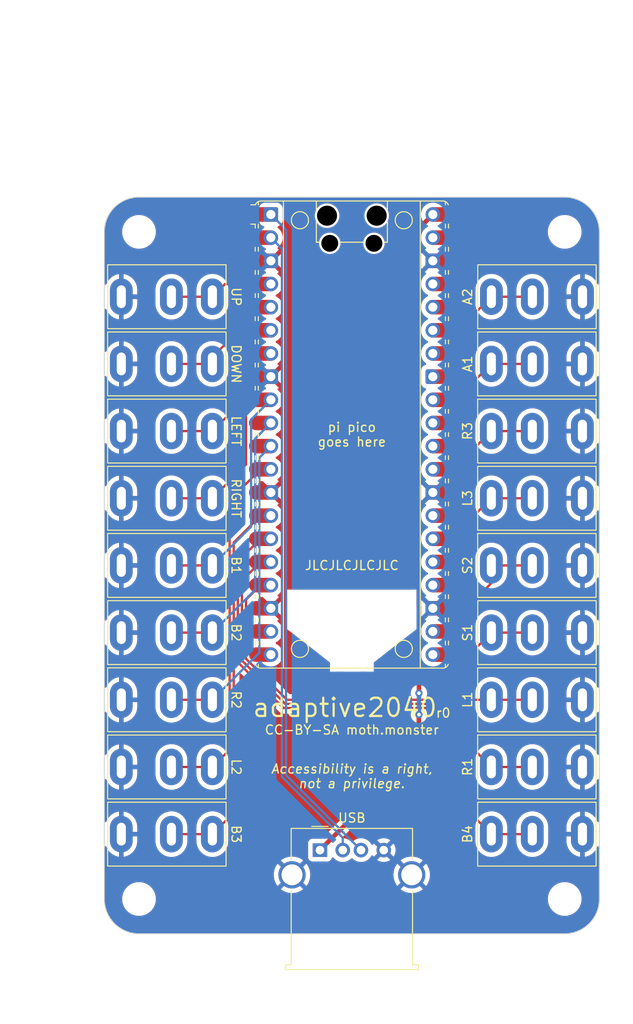
<source format=kicad_pcb>
(kicad_pcb (version 20221018) (generator pcbnew)
  (layers (0 "F.Cu" signal) (31 "B.Cu" signal) (34 "B.Paste" user) (35 "F.Paste" user) (36 "B.SilkS" user "B.Silkscreen") (37 "F.SilkS" user "F.Silkscreen") (38 "B.Mask" user) (39 "F.Mask" user) (44 "Edge.Cuts" user))
  (net 0 "")
  (net 1 "VBUS")
  (net 2 "DM")
  (net 3 "DP")
  (net 4 "GND")
  (net 5 "UP")
  (net 6 "DOWN")
  (net 7 "LEFT")
  (net 8 "RIGHT")
  (net 9 "B1")
  (net 10 "B2")
  (net 11 "R2")
  (net 12 "L2")
  (net 13 "B3")
  (net 14 "B4")
  (net 15 "R1")
  (net 16 "L1")
  (net 17 "S1")
  (net 18 "S2")
  (net 19 "L3")
  (net 20 "R3")
  (net 21 "A1")
  (net 22 "A2")
  (footprint "PJ-316:PJ-316" (layer "F.Cu") (at 136.152 135.509)
    (fp_text reference "J10" hide)
    (fp_text value "AudioJack2" hide)
  )
  (footprint "Connector_USB:USB_A_Molex_67643_Horizontal" (layer "F.Cu") (at 152.964 137.261)
    (fp_text reference "J1" hide)
    (fp_text value "USB_A" hide)
  )
  (footprint "PJ-316:PJ-316" (layer "F.Cu") (at 136.152 76.581)
    (fp_text reference "J2" hide)
    (fp_text value "AudioJack2" hide)
  )
  (footprint "MountingHole:MountingHole_3.2mm_M3" (layer "F.Cu") (at 133.096 69.469)
    (fp_text reference "REF11" hide)
    (fp_text value "MountingHole_3.2mm_M3" hide)
  )
  (footprint "PJ-316:PJ-316" (layer "F.Cu") (at 176.784 113.411 180)
    (fp_text reference "J14" hide)
    (fp_text value "AudioJack2" hide)
  )
  (footprint "PJ-316:PJ-316" (layer "F.Cu") (at 176.776 106.045 180)
    (fp_text reference "J15" hide)
    (fp_text value "AudioJack2" hide)
  )
  (footprint "PJ-316:PJ-316" (layer "F.Cu") (at 176.784 76.581 180)
    (fp_text reference "J19" hide)
    (fp_text value "AudioJack2" hide)
  )
  (footprint "MountingHole:MountingHole_3.2mm_M3" (layer "F.Cu") (at 133.096 142.621)
    (fp_text reference "REF13" hide)
    (fp_text value "MountingHole_3.2mm_M3" hide)
  )
  (footprint "PJ-316:PJ-316" (layer "F.Cu") (at 136.152 83.947)
    (fp_text reference "J3" hide)
    (fp_text value "AudioJack2" hide)
  )
  (footprint "PJ-316:PJ-316" (layer "F.Cu") (at 176.776 128.143 180)
    (fp_text reference "J12" hide)
    (fp_text value "AudioJack2" hide)
  )
  (footprint "PJ-316:PJ-316" (layer "F.Cu") (at 136.152 98.679)
    (fp_text reference "J5" hide)
    (fp_text value "AudioJack2" hide)
  )
  (footprint "PJ-316:PJ-316" (layer "F.Cu") (at 176.776 91.313 180)
    (fp_text reference "J17" hide)
    (fp_text value "AudioJack2" hide)
  )
  (footprint "PJ-316:PJ-316" (layer "F.Cu") (at 136.152 91.313)
    (fp_text reference "J4" hide)
    (fp_text value "AudioJack2" hide)
  )
  (footprint "MountingHole:MountingHole_3.2mm_M3" (layer "F.Cu") (at 179.832 142.621)
    (fp_text reference "REF14145235" hide)
    (fp_text value "MountingHole_3.2mm_M3" hide)
  )
  (footprint "PJ-316:PJ-316" (layer "F.Cu") (at 136.152 128.143)
    (fp_text reference "J9" hide)
    (fp_text value "AudioJack2" hide)
  )
  (footprint "PJ-316:PJ-316" (layer "F.Cu") (at 136.152 113.411)
    (fp_text reference "J7" hide)
    (fp_text value "AudioJack2" hide)
  )
  (footprint "PJ-316:PJ-316" (layer "F.Cu") (at 176.776 98.679 180)
    (fp_text reference "J16" hide)
    (fp_text value "AudioJack2" hide)
  )
  (footprint "MountingHole:MountingHole_3.2mm_M3" (layer "F.Cu") (at 179.832 69.469)
    (fp_text reference "REF12" hide)
    (fp_text value "MountingHole_3.2mm_M3" hide)
  )
  (footprint "PJ-316:PJ-316" (layer "F.Cu") (at 136.152 106.045)
    (fp_text reference "J6" hide)
    (fp_text value "AudioJack2" hide)
  )
  (footprint "Module_RaspberryPi_Pico:RaspberryPi_Pico_Common" (layer "F.Cu") (at 156.464 91.694)
    (fp_text reference "U1" hide)
    (fp_text value "RaspberryPi_Pico" hide)
  )
  (footprint "PJ-316:PJ-316" (layer "F.Cu") (at 136.152 120.777)
    (fp_text reference "J8" hide)
    (fp_text value "AudioJack2" hide)
  )
  (footprint "PJ-316:PJ-316" (layer "F.Cu") (at 176.776 135.509 180)
    (fp_text reference "J11" hide)
    (fp_text value "AudioJack2" hide)
  )
  (footprint "PJ-316:PJ-316" (layer "F.Cu") (at 176.776 120.777 180)
    (fp_text reference "J13" hide)
    (fp_text value "AudioJack2" hide)
  )
  (footprint "PJ-316:PJ-316" (layer "F.Cu") (at 176.776 83.947 180)
    (fp_text reference "J18" hide)
    (fp_text value "AudioJack2" hide)
  )
  (gr_arc (start 183.642 142.621) (mid 182.526077 145.315077) (end 179.832 146.431) (stroke (width 0.1)) (layer "Edge.Cuts"))
  (gr_line (start 179.832 146.431) (end 133.096 146.431) (stroke (width 0.1)) (layer "Edge.Cuts"))
  (gr_line (start 183.642 69.469) (end 183.642 142.621) (stroke (width 0.1)) (layer "Edge.Cuts"))
  (gr_arc (start 179.832 65.659) (mid 182.526077 66.774923) (end 183.642 69.469) (stroke (width 0.1)) (layer "Edge.Cuts"))
  (gr_arc (start 129.286 69.469) (mid 130.401923 66.774923) (end 133.096 65.659) (stroke (width 0.1)) (layer "Edge.Cuts"))
  (gr_arc (start 133.096 146.431) (mid 130.401923 145.315077) (end 129.286 142.621) (stroke (width 0.1)) (layer "Edge.Cuts"))
  (gr_line (start 129.286 142.621) (end 129.286 69.469) (stroke (width 0.1)) (layer "Edge.Cuts"))
  (gr_line (start 179.832 65.659) (end 133.096 65.659) (stroke (width 0.1)) (layer "Edge.Cuts"))
  (gr_text "Accessibility is a right,\nnot a privilege." (at 156.464 129.159) (layer "F.SilkS") (effects (font (size 1 1) (thickness 0.15) italic)))
  (gr_text "A1" (at 169.164 83.947 90) (layer "F.SilkS") (effects (font (size 1 1))))
  (gr_text "L3\n" (at 169.164 98.679 90) (layer "F.SilkS") (effects (font (size 1 1))))
  (gr_text "B3" (at 143.764 135.509 270) (layer "F.SilkS") (effects (font (size 1 1))))
  (gr_text "B1" (at 143.764 106.045 270) (layer "F.SilkS") (effects (font (size 1 1))))
  (gr_text "CC-BY-SA moth.monster\n" (at 156.464 124.079) (layer "F.SilkS") (effects (font (size 1 1))))
  (gr_text "R3" (at 169.164 91.313 90) (layer "F.SilkS") (effects (font (size 1 1))))
  (gr_text "L2" (at 143.764 128.143 270) (layer "F.SilkS") (effects (font (size 1 1))))
  (gr_text "JLCJLCJLCJLC" (at 156.464 106.045) (layer "F.SilkS") (effects (font (size 1 1))))
  (gr_text "S2" (at 169.164 106.045 90) (layer "F.SilkS") (effects (font (size 1 1))))
  (gr_text "L1" (at 169.164 120.777 90) (layer "F.SilkS") (effects (font (size 1 1))))
  (gr_text "USB\n" (at 156.464 133.731) (layer "F.SilkS") (effects (font (size 1 1))))
  (gr_text "B4" (at 169.164 135.509 90) (layer "F.SilkS") (effects (font (size 1 1))))
  (gr_text "R2" (at 143.764 120.777 270) (layer "F.SilkS") (effects (font (size 1 1))))
  (gr_text "adaptive2040" (at 155.702 122.809) (layer "F.SilkS") (effects (font (size 2 2) (thickness 0.25)) (justify bottom)))
  (gr_text "pi pico\ngoes here" (at 156.464 91.694) (layer "F.SilkS") (effects (font (size 1 1))))
  (gr_text "DOWN\n" (at 143.764 83.947 270) (layer "F.SilkS") (effects (font (size 1 1))))
  (gr_text "LEFT" (at 143.764 91.313 270) (layer "F.SilkS") (effects (font (size 1 1))))
  (gr_text "S1" (at 169.164 113.411 90) (layer "F.SilkS") (effects (font (size 1 1))))
  (gr_text "B2" (at 143.764 113.411 270) (layer "F.SilkS") (effects (font (size 1 1))))
  (gr_text "r0\n" (at 166.497 122.809) (layer "F.SilkS") (effects (font (size 1 1)) (justify bottom)))
  (gr_text "UP" (at 143.764 76.581 270) (layer "F.SilkS") (effects (font (size 1 1))))
  (gr_text "RIGHT" (at 143.764 98.679 270) (layer "F.SilkS") (effects (font (size 1 1))))
  (gr_text "A2" (at 169.164 76.581 90) (layer "F.SilkS") (effects (font (size 1 1))))
  (gr_text "R1" (at 169.164 128.143 90) (layer "F.SilkS") (effects (font (size 1 1))))
  (segment (start 163.814 110.601) (end 163.83 110.617) (width 0.5) (layer "F.Cu") (net 1))
  (segment (start 163.814 69.104) (end 163.814 110.601) (width 0.5) (layer "F.Cu") (net 1))
  (segment (start 152.964 137.261) (end 163.814 126.411) (width 0.5) (layer "F.Cu") (net 1))
  (segment (start 163.814 122.418) (end 163.814 126.411) (width 0.5) (layer "F.Cu") (net 1))
  (segment (start 163.814 69.104) (end 165.354 67.564) (width 0.5) (layer "F.Cu") (net 1))
  (segment (start 163.83 122.402) (end 163.814 122.418) (width 0.5) (layer "F.Cu") (net 1))
  (segment (start 163.83 110.617) (end 163.83 120.052) (width 0.5) (layer "F.Cu") (net 1))
  (via (at 163.83 120.052) (size 0.8) (drill 0.4) (layers "F.Cu" "B.Cu") (net 1))
  (via (at 163.83 122.402) (size 0.8) (drill 0.4) (layers "F.Cu" "B.Cu") (net 1))
  (segment (start 163.83 120.052) (end 163.83 122.402) (width 0.5) (layer "B.Cu") (net 1))
  (segment (start 155.464 135.897396) (end 148.789 129.222396) (width 0.25) (layer "B.Cu") (net 2))
  (segment (start 148.789 71.319) (end 147.574 70.104) (width 0.25) (layer "B.Cu") (net 2))
  (segment (start 148.789 129.222396) (end 148.789 71.319) (width 0.25) (layer "B.Cu") (net 2))
  (segment (start 155.464 137.261) (end 155.464 135.897396) (width 0.25) (layer "B.Cu") (net 2))
  (segment (start 149.239 129.036) (end 149.239 69.229) (width 0.25) (layer "B.Cu") (net 3))
  (segment (start 157.464 137.261) (end 149.239 129.036) (width 0.25) (layer "B.Cu") (net 3))
  (segment (start 149.239 69.229) (end 147.574 67.564) (width 0.25) (layer "B.Cu") (net 3))
  (segment (start 142.549 75.184) (end 141.152 76.581) (width 0.25) (layer "F.Cu") (net 5))
  (segment (start 147.574 75.184) (end 142.549 75.184) (width 0.25) (layer "F.Cu") (net 5))
  (segment (start 136.652 76.581) (end 141.152 76.581) (width 0.25) (layer "F.Cu") (net 5))
  (segment (start 146.625 77.724) (end 147.574 77.724) (width 0.25) (layer "F.Cu") (net 6))
  (segment (start 141.152 83.197) (end 146.625 77.724) (width 0.25) (layer "F.Cu") (net 6))
  (segment (start 136.652 83.947) (end 141.152 83.947) (width 0.25) (layer "F.Cu") (net 6))
  (segment (start 141.152 83.947) (end 141.152 83.197) (width 0.25) (layer "F.Cu") (net 6))
  (segment (start 144.393938 88.071062) (end 144.393938 82.312692) (width 0.25) (layer "F.Cu") (net 7))
  (segment (start 136.652 91.313) (end 141.152 91.313) (width 0.25) (layer "F.Cu") (net 7))
  (segment (start 141.152 91.313) (end 144.393938 88.071062) (width 0.25) (layer "F.Cu") (net 7))
  (segment (start 144.393938 82.312692) (end 146.44263 80.264) (width 0.25) (layer "F.Cu") (net 7))
  (segment (start 146.44263 80.264) (end 147.574 80.264) (width 0.25) (layer "F.Cu") (net 7))
  (segment (start 141.152 98.679) (end 144.843938 94.987062) (width 0.25) (layer "F.Cu") (net 8))
  (segment (start 146.44263 82.804) (end 147.574 82.804) (width 0.25) (layer "F.Cu") (net 8))
  (segment (start 144.843938 84.402692) (end 146.44263 82.804) (width 0.25) (layer "F.Cu") (net 8))
  (segment (start 136.652 98.679) (end 141.152 98.679) (width 0.25) (layer "F.Cu") (net 8))
  (segment (start 144.843938 94.987062) (end 144.843938 84.402692) (width 0.25) (layer "F.Cu") (net 8))
  (segment (start 136.652 106.045) (end 141.152 106.045) (width 0.25) (layer "F.Cu") (net 9))
  (segment (start 145.404 90.054) (end 147.574 87.884) (width 0.25) (layer "B.Cu") (net 9))
  (segment (start 141.152 106.045) (end 145.404 101.793) (width 0.25) (layer "B.Cu") (net 9))
  (segment (start 145.404 101.793) (end 145.404 90.054) (width 0.25) (layer "B.Cu") (net 9))
  (segment (start 136.652 113.411) (end 141.152 113.411) (width 0.25) (layer "F.Cu") (net 10))
  (segment (start 145.854 92.144) (end 147.574 90.424) (width 0.25) (layer "B.Cu") (net 10))
  (segment (start 145.854 108.709) (end 145.854 92.144) (width 0.25) (layer "B.Cu") (net 10))
  (segment (start 141.152 113.411) (end 145.854 108.709) (width 0.25) (layer "B.Cu") (net 10))
  (segment (start 136.652 120.777) (end 141.152 120.777) (width 0.25) (layer "F.Cu") (net 11))
  (segment (start 146.304 94.234) (end 147.574 92.964) (width 0.25) (layer "B.Cu") (net 11))
  (segment (start 141.152 120.777) (end 146.304 115.625) (width 0.25) (layer "B.Cu") (net 11))
  (segment (start 146.304 115.625) (end 146.304 94.234) (width 0.25) (layer "B.Cu") (net 11))
  (segment (start 143.043938 98.902692) (end 146.44263 95.504) (width 0.25) (layer "F.Cu") (net 12))
  (segment (start 141.152 128.143) (end 143.043938 126.251062) (width 0.25) (layer "F.Cu") (net 12))
  (segment (start 146.44263 95.504) (end 147.574 95.504) (width 0.25) (layer "F.Cu") (net 12))
  (segment (start 136.652 128.143) (end 141.152 128.143) (width 0.25) (layer "F.Cu") (net 12))
  (segment (start 143.043938 126.251062) (end 143.043938 98.902692) (width 0.25) (layer "F.Cu") (net 12))
  (segment (start 143.493938 133.167062) (end 143.493938 103.532692) (width 0.25) (layer "F.Cu") (net 13))
  (segment (start 146.44263 100.584) (end 147.574 100.584) (width 0.25) (layer "F.Cu") (net 13))
  (segment (start 143.493938 103.532692) (end 146.44263 100.584) (width 0.25) (layer "F.Cu") (net 13))
  (segment (start 141.152 135.509) (end 143.493938 133.167062) (width 0.25) (layer "F.Cu") (net 13))
  (segment (start 136.652 135.509) (end 141.152 135.509) (width 0.25) (layer "F.Cu") (net 13))
  (segment (start 164.673604 121.677) (end 148.963218 121.677) (width 0.25) (layer "F.Cu") (net 14))
  (segment (start 143.943938 105.622692) (end 146.44263 103.124) (width 0.25) (layer "F.Cu") (net 14))
  (segment (start 171.776 135.509) (end 169.926 133.659) (width 0.25) (layer "F.Cu") (net 14))
  (segment (start 176.276 135.509) (end 171.776 135.509) (width 0.25) (layer "F.Cu") (net 14))
  (segment (start 143.943938 116.65772) (end 143.943938 105.622692) (width 0.25) (layer "F.Cu") (net 14))
  (segment (start 148.963218 121.677) (end 143.943938 116.65772) (width 0.25) (layer "F.Cu") (net 14))
  (segment (start 169.926 133.659) (end 169.926 126.929396) (width 0.25) (layer "F.Cu") (net 14))
  (segment (start 146.44263 103.124) (end 147.574 103.124) (width 0.25) (layer "F.Cu") (net 14))
  (segment (start 169.926 126.929396) (end 164.673604 121.677) (width 0.25) (layer "F.Cu") (net 14))
  (segment (start 149.149614 121.227) (end 144.393938 116.471324) (width 0.25) (layer "F.Cu") (net 15))
  (segment (start 171.776 128.143) (end 176.276 128.143) (width 0.25) (layer "F.Cu") (net 15))
  (segment (start 144.393938 116.471324) (end 144.393938 107.712692) (width 0.25) (layer "F.Cu") (net 15))
  (segment (start 171.776 128.143) (end 164.86 121.227) (width 0.25) (layer "F.Cu") (net 15))
  (segment (start 164.86 121.227) (end 149.149614 121.227) (width 0.25) (layer "F.Cu") (net 15))
  (segment (start 146.44263 105.664) (end 147.574 105.664) (width 0.25) (layer "F.Cu") (net 15))
  (segment (start 144.393938 107.712692) (end 146.44263 105.664) (width 0.25) (layer "F.Cu") (net 15))
  (segment (start 149.33601 120.777) (end 144.843938 116.284928) (width 0.25) (layer "F.Cu") (net 16))
  (segment (start 144.843938 116.284928) (end 144.843938 109.802692) (width 0.25) (layer "F.Cu") (net 16))
  (segment (start 146.44263 108.204) (end 147.574 108.204) (width 0.25) (layer "F.Cu") (net 16))
  (segment (start 171.776 120.777) (end 176.276 120.777) (width 0.25) (layer "F.Cu") (net 16))
  (segment (start 144.843938 109.802692) (end 146.44263 108.204) (width 0.25) (layer "F.Cu") (net 16))
  (segment (start 171.776 120.777) (end 149.33601 120.777) (width 0.25) (layer "F.Cu") (net 16))
  (segment (start 171.784 113.411) (end 176.284 113.411) (width 0.25) (layer "F.Cu") (net 17))
  (segment (start 169.371 115.824) (end 171.784 113.411) (width 0.25) (layer "F.Cu") (net 17))
  (segment (start 165.354 115.824) (end 169.371 115.824) (width 0.25) (layer "F.Cu") (net 17))
  (segment (start 171.776 106.045) (end 176.276 106.045) (width 0.25) (layer "F.Cu") (net 18))
  (segment (start 171.776 107.99337) (end 171.776 106.045) (width 0.25) (layer "F.Cu") (net 18))
  (segment (start 165.354 113.284) (end 166.48537 113.284) (width 0.25) (layer "F.Cu") (net 18))
  (segment (start 166.48537 113.284) (end 171.776 107.99337) (width 0.25) (layer "F.Cu") (net 18))
  (segment (start 171.776 98.679) (end 169.434062 101.020938) (width 0.25) (layer "F.Cu") (net 19))
  (segment (start 171.776 98.679) (end 176.276 98.679) (width 0.25) (layer "F.Cu") (net 19))
  (segment (start 169.434062 101.020938) (end 169.434062 105.255308) (width 0.25) (layer "F.Cu") (net 19))
  (segment (start 166.48537 108.204) (end 165.354 108.204) (width 0.25) (layer "F.Cu") (net 19))
  (segment (start 169.434062 105.255308) (end 166.48537 108.204) (width 0.25) (layer "F.Cu") (net 19))
  (segment (start 168.984062 94.104938) (end 171.776 91.313) (width 0.25) (layer "F.Cu") (net 20))
  (segment (start 171.776 91.313) (end 176.276 91.313) (width 0.25) (layer "F.Cu") (net 20))
  (segment (start 168.984062 103.165308) (end 168.984062 94.104938) (width 0.25) (layer "F.Cu") (net 20))
  (segment (start 165.354 105.664) (end 166.48537 105.664) (width 0.25) (layer "F.Cu") (net 20))
  (segment (start 166.48537 105.664) (end 168.984062 103.165308) (width 0.25) (layer "F.Cu") (net 20))
  (segment (start 165.354 103.124) (end 166.48537 103.124) (width 0.25) (layer "F.Cu") (net 21))
  (segment (start 171.776 83.947) (end 176.276 83.947) (width 0.25) (layer "F.Cu") (net 21))
  (segment (start 166.48537 103.124) (end 168.534062 101.075308) (width 0.25) (layer "F.Cu") (net 21))
  (segment (start 168.534062 87.188938) (end 171.776 83.947) (width 0.25) (layer "F.Cu") (net 21))
  (segment (start 168.534062 101.075308) (end 168.534062 87.188938) (width 0.25) (layer "F.Cu") (net 21))
  (segment (start 168.084062 98.985308) (end 166.48537 100.584) (width 0.25) (layer "F.Cu") (net 22))
  (segment (start 171.784 76.581) (end 176.284 76.581) (width 0.25) (layer "F.Cu") (net 22))
  (segment (start 171.784 76.581) (end 168.084062 80.280938) (width 0.25) (layer "F.Cu") (net 22))
  (segment (start 166.48537 100.584) (end 165.354 100.584) (width 0.25) (layer "F.Cu") (net 22))
  (segment (start 168.084062 80.280938) (end 168.084062 98.985308) (width 0.25) (layer "F.Cu") (net 22))
  (zone (net 4) (net_name "GND") (layers "F&B.Cu") (connect_pads (clearance 0.5)) (min_thickness 0.25) (fill yes (thermal_gap 0.5) (thermal_bridge_width 0.5))
    (polygon (pts (xy 125.984 64.389) (xy 186.944 64.389) (xy 186.944 148.209) (xy 125.984 148.209)))
  )
)
</source>
